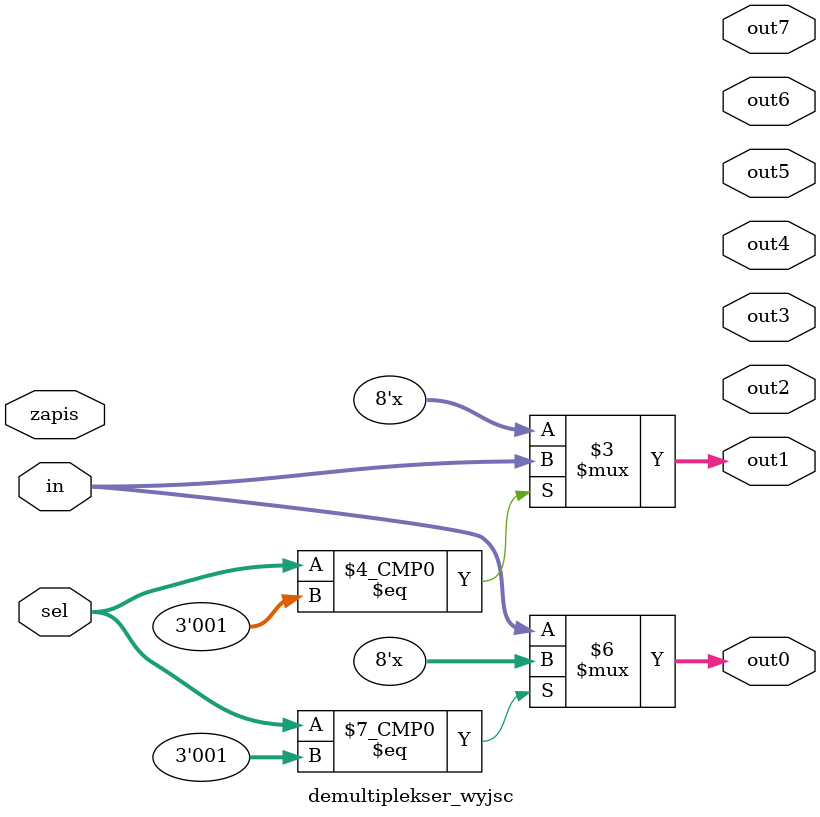
<source format=v>
module demultiplekser_wyjsc(
input [7:0] in,
input [2:0] sel,
input zapis,
output reg [7:0] out0,
output reg [7:0] out1,
output reg [7:0] out2,
output reg [7:0] out3,
output reg [7:0] out4,
output reg [7:0] out5,
output reg [7:0] out6,
output reg [7:0] out7
);

always @(zapis)
begin
	case(sel)
		1'h0:
		begin
			out0 <= in;
		end
		1'h1:
		begin
			out1 <= in;
		end
		1'h2:
		begin
			out2 <= in;
		end
		1'h3:
		begin
			out3 <= in;
		end
		1'h4:
		begin
			out4 <= in;
		end
		1'h5:
		begin
			out5 <= in;
		end
		1'h6:
		begin
			out6 <= in;
		end
		1'h7:
		begin
			out7 <= in;
		end
		default:
		begin
			out0 <= in;
		end
	endcase
end

endmodule
</source>
